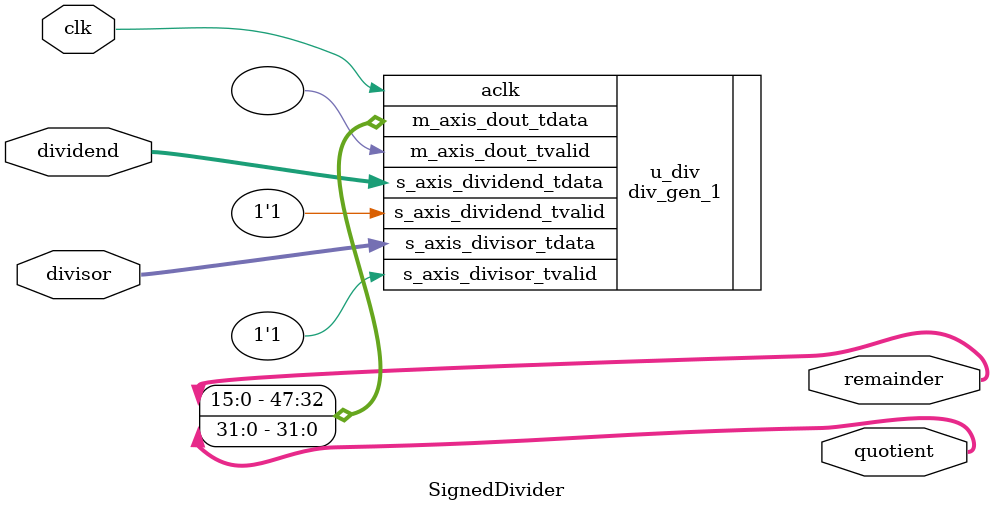
<source format=v>
`timescale 1ns / 1ps
module SignedDivider(
    input clk,
    input [31:0] dividend,
    input [15:0] divisor,
    output [31:0] quotient,
    output [15:0] remainder
);

    div_gen_1 u_div (
        .aclk(clk),
        .s_axis_divisor_tvalid(1'b1),
        .s_axis_divisor_tdata(divisor),
        .s_axis_dividend_tvalid(1'b1),
        .s_axis_dividend_tdata(dividend),
        .m_axis_dout_tvalid(),
        .m_axis_dout_tdata({remainder, quotient})
    );

endmodule
</source>
